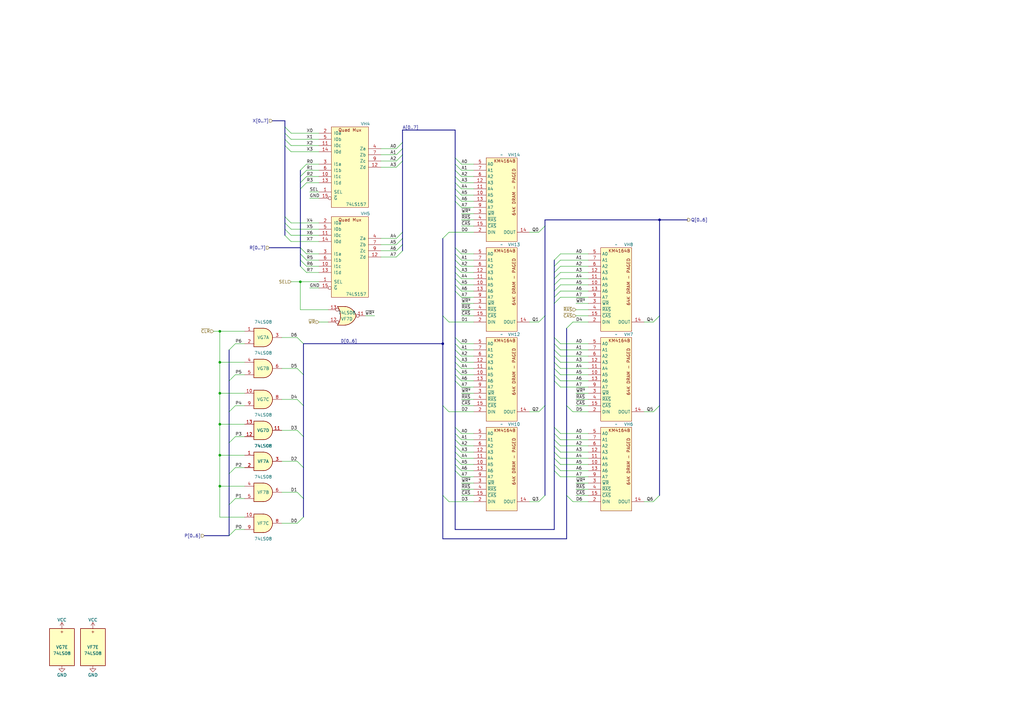
<source format=kicad_sch>
(kicad_sch (version 20231120) (generator "eeschema") (generator_version "8.0")
  (paper "A3")
  (title_block (title "Line Buffer") (date "2024-10-12") (company "JOTEGO") (comment 1 "Jose Tejada"))
  (lib_symbols
    (symbol "arcade:KM4164B"
      (property "Reference" "U" (at 0 0 0))
      (symbol "KM4164B_1_0"
        (pin input line (at -11.43 0 0) (length 5.08) (name "A5") (number "10"))
        (pin input line (at -11.43 2.54 0) (length 5.08) (name "A4") (number "11"))
        (pin input line (at -11.43 5.08 0) (length 5.08) (name "A3") (number "12"))
        (pin input line (at -11.43 -2.54 0) (length 5.08) (name "A6") (number "13"))
        (pin tri_state line (at 11.43 -15.24 180) (length 5.08) (name "DOUT") (number "14"))
        (pin input line (at -11.43 -12.7 0) (length 5.08) (name "~{CAS}") (number "15"))
        (pin input line (at -11.43 -15.24 0) (length 5.08) (name "DIN") (number "2"))
        (pin input line (at -11.43 -7.62 0) (length 5.08) (name "~{WR}") (number "3"))
        (pin input line (at -11.43 -10.16 0) (length 5.08) (name "~{RAS}") (number "4"))
        (pin input line (at -11.43 12.7 0) (length 5.08) (name "A0") (number "5"))
        (pin input line (at -11.43 7.62 0) (length 5.08) (name "A2") (number "6"))
        (pin input line (at -11.43 10.16 0) (length 5.08) (name "A1") (number "7"))
        (pin input line (at -11.43 -5.08 0) (length 5.08) (name "A7") (number "9"))
      )
      (symbol "KM4164B_1_1"
        (rectangle (start -6.35 15.24) (end 6.35 -19.05) (fill (type background)))
        (text "64K DRAM - PAGED" (at 5.08 1.27 900) (effects (font (size 1.27 1.27))))
        (text "KM4164B" (at 1.27 13.97 0) (effects (font (size 1.27 1.27))))
      )
    )
    (symbol "jt74:74LS08" (pin_names (offset 1.016))
      (property "Reference" "U" (at 0 1.27 0))
      (property "Value" "74LS08" (at 0 -1.27 0))
      (symbol "74LS08_1_1"
        (arc (start 0 -3.81) (mid 3.7934 0) (end 0 3.81) (stroke (width 0.254)) (fill (type background)))
        (polyline (pts (xy 0 3.81) (xy -3.81 3.81) (xy -3.81 -3.81) (xy 0 -3.81)) (stroke (width 0.254)) (fill (type background)))
        (pin input line (at -7.62 2.54 0) (length 3.81) (name "~") (number "1"))
        (pin input line (at -7.62 -2.54 0) (length 3.81) (name "~") (number "2"))
        (pin output line (at 7.62 0 180) (length 3.81) (name "~") (number "3"))
      )
      (symbol "74LS08_1_2"
        (arc (start -3.81 -3.81) (mid -2.589 0) (end -3.81 3.81) (stroke (width 0.254)))
        (arc (start -0.6096 -3.81) (mid 2.1842 -2.5851) (end 3.81 0) (stroke (width 0.254)) (fill (type background)))
        (polyline (pts (xy -3.81 -3.81) (xy -0.635 -3.81)) (stroke (width 0.254)) (fill (type background)))
        (polyline (pts (xy -3.81 3.81) (xy -0.635 3.81)) (stroke (width 0.254)) (fill (type background)))
        (polyline (pts (xy -0.635 3.81) (xy -3.81 3.81) (xy -3.81 3.81) (xy -3.556 3.4036) (xy -3.0226 2.2606) (xy -2.6924 1.0414) (xy -2.6162 -0.254) (xy -2.7686 -1.4986) (xy -3.175 -2.7178) (xy -3.81 -3.81) (xy -3.81 -3.81) (xy -0.635 -3.81)) (stroke (width -25.4)) (fill (type background)))
        (arc (start 3.81 0) (mid 2.1915 2.5936) (end -0.6096 3.81) (stroke (width 0.254)) (fill (type background)))
        (pin input inverted (at -7.62 2.54 0) (length 4.318) (name "~") (number "1"))
        (pin input inverted (at -7.62 -2.54 0) (length 4.318) (name "~") (number "2"))
        (pin output inverted (at 7.62 0 180) (length 3.81) (name "~") (number "3"))
      )
      (symbol "74LS08_2_1"
        (arc (start 0 -3.81) (mid 3.7934 0) (end 0 3.81) (stroke (width 0.254)) (fill (type background)))
        (polyline (pts (xy 0 3.81) (xy -3.81 3.81) (xy -3.81 -3.81) (xy 0 -3.81)) (stroke (width 0.254)) (fill (type background)))
        (pin input line (at -7.62 2.54 0) (length 3.81) (name "~") (number "4"))
        (pin input line (at -7.62 -2.54 0) (length 3.81) (name "~") (number "5"))
        (pin output line (at 7.62 0 180) (length 3.81) (name "~") (number "6"))
      )
      (symbol "74LS08_2_2"
        (arc (start -3.81 -3.81) (mid -2.589 0) (end -3.81 3.81) (stroke (width 0.254)))
        (arc (start -0.6096 -3.81) (mid 2.1842 -2.5851) (end 3.81 0) (stroke (width 0.254)) (fill (type background)))
        (polyline (pts (xy -3.81 -3.81) (xy -0.635 -3.81)) (stroke (width 0.254)) (fill (type background)))
        (polyline (pts (xy -3.81 3.81) (xy -0.635 3.81)) (stroke (width 0.254)) (fill (type background)))
        (polyline (pts (xy -0.635 3.81) (xy -3.81 3.81) (xy -3.81 3.81) (xy -3.556 3.4036) (xy -3.0226 2.2606) (xy -2.6924 1.0414) (xy -2.6162 -0.254) (xy -2.7686 -1.4986) (xy -3.175 -2.7178) (xy -3.81 -3.81) (xy -3.81 -3.81) (xy -0.635 -3.81)) (stroke (width -25.4)) (fill (type background)))
        (arc (start 3.81 0) (mid 2.1915 2.5936) (end -0.6096 3.81) (stroke (width 0.254)) (fill (type background)))
        (pin input inverted (at -7.62 2.54 0) (length 4.318) (name "~") (number "4"))
        (pin input inverted (at -7.62 -2.54 0) (length 4.318) (name "~") (number "5"))
        (pin output inverted (at 7.62 0 180) (length 3.81) (name "~") (number "6"))
      )
      (symbol "74LS08_3_1"
        (arc (start 0 -3.81) (mid 3.7934 0) (end 0 3.81) (stroke (width 0.254)) (fill (type background)))
        (polyline (pts (xy 0 3.81) (xy -3.81 3.81) (xy -3.81 -3.81) (xy 0 -3.81)) (stroke (width 0.254)) (fill (type background)))
        (pin input line (at -7.62 -2.54 0) (length 3.81) (name "~") (number "10"))
        (pin output line (at 7.62 0 180) (length 3.81) (name "~") (number "8"))
        (pin input line (at -7.62 2.54 0) (length 3.81) (name "~") (number "9"))
      )
      (symbol "74LS08_3_2"
        (arc (start -3.81 -3.81) (mid -2.589 0) (end -3.81 3.81) (stroke (width 0.254)))
        (arc (start -0.6096 -3.81) (mid 2.1842 -2.5851) (end 3.81 0) (stroke (width 0.254)) (fill (type background)))
        (polyline (pts (xy -3.81 -3.81) (xy -0.635 -3.81)) (stroke (width 0.254)) (fill (type background)))
        (polyline (pts (xy -3.81 3.81) (xy -0.635 3.81)) (stroke (width 0.254)) (fill (type background)))
        (polyline (pts (xy -0.635 3.81) (xy -3.81 3.81) (xy -3.81 3.81) (xy -3.556 3.4036) (xy -3.0226 2.2606) (xy -2.6924 1.0414) (xy -2.6162 -0.254) (xy -2.7686 -1.4986) (xy -3.175 -2.7178) (xy -3.81 -3.81) (xy -3.81 -3.81) (xy -0.635 -3.81)) (stroke (width -25.4)) (fill (type background)))
        (arc (start 3.81 0) (mid 2.1915 2.5936) (end -0.6096 3.81) (stroke (width 0.254)) (fill (type background)))
        (pin input inverted (at -7.62 -2.54 0) (length 4.318) (name "~") (number "10"))
        (pin output inverted (at 7.62 0 180) (length 3.81) (name "~") (number "8"))
        (pin input inverted (at -7.62 2.54 0) (length 4.318) (name "~") (number "9"))
      )
      (symbol "74LS08_4_1"
        (arc (start 0 -3.81) (mid 3.7934 0) (end 0 3.81) (stroke (width 0.254)) (fill (type background)))
        (polyline (pts (xy 0 3.81) (xy -3.81 3.81) (xy -3.81 -3.81) (xy 0 -3.81)) (stroke (width 0.254)) (fill (type background)))
        (pin output line (at 7.62 0 180) (length 3.81) (name "~") (number "11"))
        (pin input line (at -7.62 2.54 0) (length 3.81) (name "~") (number "12"))
        (pin input line (at -7.62 -2.54 0) (length 3.81) (name "~") (number "13"))
      )
      (symbol "74LS08_4_2"
        (arc (start -3.81 -3.81) (mid -2.589 0) (end -3.81 3.81) (stroke (width 0.254)))
        (arc (start -0.6096 -3.81) (mid 2.1842 -2.5851) (end 3.81 0) (stroke (width 0.254)) (fill (type background)))
        (polyline (pts (xy -3.81 -3.81) (xy -0.635 -3.81)) (stroke (width 0.254)) (fill (type background)))
        (polyline (pts (xy -3.81 3.81) (xy -0.635 3.81)) (stroke (width 0.254)) (fill (type background)))
        (polyline (pts (xy -0.635 3.81) (xy -3.81 3.81) (xy -3.81 3.81) (xy -3.556 3.4036) (xy -3.0226 2.2606) (xy -2.6924 1.0414) (xy -2.6162 -0.254) (xy -2.7686 -1.4986) (xy -3.175 -2.7178) (xy -3.81 -3.81) (xy -3.81 -3.81) (xy -0.635 -3.81)) (stroke (width -25.4)) (fill (type background)))
        (arc (start 3.81 0) (mid 2.1915 2.5936) (end -0.6096 3.81) (stroke (width 0.254)) (fill (type background)))
        (pin output inverted (at 7.62 0 180) (length 3.81) (name "~") (number "11"))
        (pin input inverted (at -7.62 2.54 0) (length 4.318) (name "~") (number "12"))
        (pin input inverted (at -7.62 -2.54 0) (length 4.318) (name "~") (number "13"))
      )
      (symbol "74LS08_5_0"
        (pin power_in line (at 0 7.62 270) (length 5.08) hide (name "VCC") (number "14"))
        (pin power_in line (at 0 -7.62 90) (length 5.08) hide (name "VSS") (number "7"))
      )
      (symbol "74LS08_5_1"
        (rectangle (start -5.08 7.62) (end 5.08 -7.62) (stroke (width 0.254)) (fill (type background)))
        (text "+" (at 0 6.35 0) (effects (font (size 1.27 1.27))))
      )
    )
    (symbol "jt74:74LS157" (pin_names (offset 1.016))
      (property "Reference" "U" (at 5.08 16.51 0))
      (property "Value" "74LS157" (at 0 -16.51 0))
      (symbol "74LS157_0_0"
        (text "Quad Mux" (at 0 13.97 0) (effects (font (size 1.27 1.27))))
      )
      (symbol "74LS157_1_0"
        (pin input line (at -12.7 -11.43 0) (length 5.08) (name "SEL") (number "1"))
        (pin input line (at -12.7 -5.08 0) (length 5.08) (name "I1c") (number "10"))
        (pin input line (at -12.7 7.62 0) (length 5.08) (name "I0c") (number "11"))
        (pin output line (at 12.7 -1.27 180) (length 5.08) (name "Zd") (number "12"))
        (pin input line (at -12.7 -7.62 0) (length 5.08) (name "I1d") (number "13"))
        (pin input line (at -12.7 5.08 0) (length 5.08) (name "I0d") (number "14"))
        (pin input inverted (at -12.7 -13.97 0) (length 5.08) (name "~{G}") (number "15"))
        (pin input line (at -12.7 12.7 0) (length 5.08) (name "I0a") (number "2"))
        (pin input line (at -12.7 0 0) (length 5.08) (name "I1a") (number "3"))
        (pin output line (at 12.7 6.35 180) (length 5.08) (name "Za") (number "4"))
        (pin input line (at -12.7 10.16 0) (length 5.08) (name "I0b") (number "5"))
        (pin input line (at -12.7 -2.54 0) (length 5.08) (name "I1b") (number "6"))
        (pin output line (at 12.7 3.81 180) (length 5.08) (name "Zb") (number "7"))
        (pin output line (at 12.7 1.27 180) (length 5.08) (name "Zc") (number "9"))
      )
      (symbol "74LS157_1_1"
        (rectangle (start -7.62 15.24) (end 7.62 -17.78) (fill (type background)))
      )
    )
    (symbol "power:GND" (power) (pin_numbers hide) (pin_names (offset 0) hide)
      (property "Value" "GND" (at 0 -3.81 0))
      (symbol "GND_0_1"
        (polyline (pts (xy 0 0) (xy 0 -1.27) (xy 1.27 -1.27) (xy 0 -2.54) (xy -1.27 -1.27) (xy 0 -1.27)))
      )
      (symbol "GND_1_1"
        (pin power_in line (at 0 0 270) (length 0) (name "~") (number "1"))
      )
    )
    (symbol "power:VCC" (power) (pin_numbers hide) (pin_names (offset 0) hide)
      (property "Value" "VCC" (at 0 3.556 0))
      (symbol "VCC_0_1"
        (polyline (pts (xy -0.762 1.27) (xy 0 2.54)))
        (polyline (pts (xy 0 0) (xy 0 2.54)))
        (polyline (pts (xy 0 2.54) (xy 0.762 1.27)))
      )
      (symbol "VCC_1_1"
        (pin power_in line (at 0 0 90) (length 0) (name "~") (number "1"))
      )
    )
  )
  (junction (at 90.17 148.59))
  (junction (at 270.51 90.17))
  (junction (at 90.17 199.39))
  (junction (at 90.17 161.29))
  (junction (at 90.17 135.89))
  (junction (at 123.19 115.57))
  (junction (at 90.17 173.99))
  (junction (at 90.17 186.69))
  (junction (at 181.61 140.97))
  (bus_entry (at 123.19 77.47) (size 2.54 -2.54))
  (bus_entry (at 162.56 60.96) (size 2.54 -2.54))
  (bus_entry (at 186.69 140.97) (size 2.54 2.54))
  (bus_entry (at 93.98 181.61) (size 2.54 -2.54))
  (bus_entry (at 186.69 182.88) (size 2.54 2.54))
  (bus_entry (at 227.33 116.84) (size 2.54 -2.54))
  (bus_entry (at 232.41 134.62) (size 2.54 -2.54))
  (bus_entry (at 186.69 185.42) (size 2.54 2.54))
  (bus_entry (at 267.97 132.08) (size 2.54 -2.54))
  (bus_entry (at 227.33 121.92) (size 2.54 -2.54))
  (bus_entry (at 227.33 190.5) (size 2.54 2.54))
  (bus_entry (at 121.92 214.63) (size 2.54 -2.54))
  (bus_entry (at 227.33 175.26) (size 2.54 2.54))
  (bus_entry (at 186.69 175.26) (size 2.54 2.54))
  (bus_entry (at 227.33 185.42) (size 2.54 2.54))
  (bus_entry (at 181.61 129.54) (size 2.54 2.54))
  (bus_entry (at 116.84 59.69) (size 2.54 2.54))
  (bus_entry (at 93.98 194.31) (size 2.54 -2.54))
  (bus_entry (at 186.69 106.68) (size 2.54 2.54))
  (bus_entry (at 93.98 168.91) (size 2.54 -2.54))
  (bus_entry (at 227.33 106.68) (size 2.54 -2.54))
  (bus_entry (at 162.56 97.79) (size 2.54 -2.54))
  (bus_entry (at 123.19 109.22) (size 2.54 2.54))
  (bus_entry (at 227.33 111.76) (size 2.54 -2.54))
  (bus_entry (at 232.41 203.2) (size 2.54 2.54))
  (bus_entry (at 186.69 180.34) (size 2.54 2.54))
  (bus_entry (at 227.33 146.05) (size 2.54 2.54))
  (bus_entry (at 267.97 168.91) (size 2.54 -2.54))
  (bus_entry (at 227.33 148.59) (size 2.54 2.54))
  (bus_entry (at 186.69 72.39) (size 2.54 2.54))
  (bus_entry (at 186.69 69.85) (size 2.54 2.54))
  (bus_entry (at 186.69 77.47) (size 2.54 2.54))
  (bus_entry (at 186.69 177.8) (size 2.54 2.54))
  (bus_entry (at 220.98 132.08) (size 2.54 -2.54))
  (bus_entry (at 227.33 114.3) (size 2.54 -2.54))
  (bus_entry (at 186.69 187.96) (size 2.54 2.54))
  (bus_entry (at 227.33 143.51) (size 2.54 2.54))
  (bus_entry (at 93.98 156.21) (size 2.54 -2.54))
  (bus_entry (at 220.98 168.91) (size 2.54 -2.54))
  (bus_entry (at 123.19 74.93) (size 2.54 -2.54))
  (bus_entry (at 227.33 109.22) (size 2.54 -2.54))
  (bus_entry (at 162.56 68.58) (size 2.54 -2.54))
  (bus_entry (at 227.33 151.13) (size 2.54 2.54))
  (bus_entry (at 267.97 205.74) (size 2.54 -2.54))
  (bus_entry (at 220.98 95.25) (size 2.54 -2.54))
  (bus_entry (at 186.69 101.6) (size 2.54 2.54))
  (bus_entry (at 121.92 176.53) (size 2.54 2.54))
  (bus_entry (at 232.41 166.37) (size 2.54 2.54))
  (bus_entry (at 121.92 138.43) (size 2.54 2.54))
  (bus_entry (at 186.69 114.3) (size 2.54 2.54))
  (bus_entry (at 186.69 104.14) (size 2.54 2.54))
  (bus_entry (at 186.69 64.77) (size 2.54 2.54))
  (bus_entry (at 227.33 156.21) (size 2.54 2.54))
  (bus_entry (at 186.69 148.59) (size 2.54 2.54))
  (bus_entry (at 227.33 138.43) (size 2.54 2.54))
  (bus_entry (at 121.92 163.83) (size 2.54 2.54))
  (bus_entry (at 93.98 143.51) (size 2.54 -2.54))
  (bus_entry (at 121.92 189.23) (size 2.54 2.54))
  (bus_entry (at 227.33 182.88) (size 2.54 2.54))
  (bus_entry (at 186.69 190.5) (size 2.54 2.54))
  (bus_entry (at 116.84 96.52) (size 2.54 2.54))
  (bus_entry (at 162.56 100.33) (size 2.54 -2.54))
  (bus_entry (at 186.69 82.55) (size 2.54 2.54))
  (bus_entry (at 186.69 143.51) (size 2.54 2.54))
  (bus_entry (at 116.84 57.15) (size 2.54 2.54))
  (bus_entry (at 116.84 93.98) (size 2.54 2.54))
  (bus_entry (at 227.33 153.67) (size 2.54 2.54))
  (bus_entry (at 121.92 201.93) (size 2.54 2.54))
  (bus_entry (at 162.56 105.41) (size 2.54 -2.54))
  (bus_entry (at 186.69 193.04) (size 2.54 2.54))
  (bus_entry (at 162.56 63.5) (size 2.54 -2.54))
  (bus_entry (at 186.69 156.21) (size 2.54 2.54))
  (bus_entry (at 116.84 54.61) (size 2.54 2.54))
  (bus_entry (at 121.92 151.13) (size 2.54 2.54))
  (bus_entry (at 181.61 97.79) (size 2.54 -2.54))
  (bus_entry (at 227.33 119.38) (size 2.54 -2.54))
  (bus_entry (at 227.33 180.34) (size 2.54 2.54))
  (bus_entry (at 186.69 116.84) (size 2.54 2.54))
  (bus_entry (at 227.33 177.8) (size 2.54 2.54))
  (bus_entry (at 162.56 66.04) (size 2.54 -2.54))
  (bus_entry (at 93.98 219.71) (size 2.54 -2.54))
  (bus_entry (at 227.33 124.46) (size 2.54 -2.54))
  (bus_entry (at 186.69 74.93) (size 2.54 2.54))
  (bus_entry (at 227.33 193.04) (size 2.54 2.54))
  (bus_entry (at 181.61 203.2) (size 2.54 2.54))
  (bus_entry (at 186.69 138.43) (size 2.54 2.54))
  (bus_entry (at 227.33 140.97) (size 2.54 2.54))
  (bus_entry (at 181.61 166.37) (size 2.54 2.54))
  (bus_entry (at 186.69 80.01) (size 2.54 2.54))
  (bus_entry (at 227.33 187.96) (size 2.54 2.54))
  (bus_entry (at 186.69 67.31) (size 2.54 2.54))
  (bus_entry (at 186.69 153.67) (size 2.54 2.54))
  (bus_entry (at 186.69 146.05) (size 2.54 2.54))
  (bus_entry (at 123.19 106.68) (size 2.54 2.54))
  (bus_entry (at 186.69 111.76) (size 2.54 2.54))
  (bus_entry (at 116.84 52.07) (size 2.54 2.54))
  (bus_entry (at 162.56 102.87) (size 2.54 -2.54))
  (bus_entry (at 123.19 104.14) (size 2.54 2.54))
  (bus_entry (at 186.69 151.13) (size 2.54 2.54))
  (bus_entry (at 116.84 91.44) (size 2.54 2.54))
  (bus_entry (at 93.98 207.01) (size 2.54 -2.54))
  (bus_entry (at 116.84 88.9) (size 2.54 2.54))
  (bus_entry (at 186.69 119.38) (size 2.54 2.54))
  (bus_entry (at 220.98 205.74) (size 2.54 -2.54))
  (bus_entry (at 123.19 69.85) (size 2.54 -2.54))
  (bus_entry (at 123.19 101.6) (size 2.54 2.54))
  (bus_entry (at 123.19 72.39) (size 2.54 -2.54))
  (bus_entry (at 186.69 109.22) (size 2.54 2.54))
  (bus (pts (xy 232.41 166.37) (xy 232.41 203.2)))
  (wire (pts (xy 229.87 106.68) (xy 241.3 106.68)))
  (wire (pts (xy 189.23 163.83) (xy 194.31 163.83)))
  (wire (pts (xy 156.21 60.96) (xy 162.56 60.96)))
  (wire (pts (xy 189.23 143.51) (xy 194.31 143.51)))
  (bus (pts (xy 165.1 58.42) (xy 165.1 53.34)))
  (bus (pts (xy 181.61 140.97) (xy 181.61 166.37)))
  (wire (pts (xy 189.23 82.55) (xy 194.31 82.55)))
  (bus (pts (xy 186.69 104.14) (xy 186.69 106.68)))
  (bus (pts (xy 186.69 187.96) (xy 186.69 190.5)))
  (wire (pts (xy 87.63 135.89) (xy 90.17 135.89)))
  (bus (pts (xy 227.33 111.76) (xy 227.33 109.22)))
  (bus (pts (xy 227.33 106.68) (xy 227.33 109.22)))
  (wire (pts (xy 189.23 109.22) (xy 194.31 109.22)))
  (bus (pts (xy 186.69 74.93) (xy 186.69 77.47)))
  (wire (pts (xy 189.23 77.47) (xy 194.31 77.47)))
  (bus (pts (xy 186.69 67.31) (xy 186.69 69.85)))
  (wire (pts (xy 123.19 127) (xy 134.62 127)))
  (bus (pts (xy 110.49 101.6) (xy 123.19 101.6)))
  (bus (pts (xy 123.19 77.47) (xy 123.19 101.6)))
  (wire (pts (xy 149.86 129.54) (xy 153.67 129.54)))
  (bus (pts (xy 186.69 190.5) (xy 186.69 193.04)))
  (wire (pts (xy 189.23 148.59) (xy 194.31 148.59)))
  (bus (pts (xy 123.19 69.85) (xy 123.19 72.39)))
  (bus (pts (xy 227.33 151.13) (xy 227.33 153.67)))
  (wire (pts (xy 115.57 163.83) (xy 121.92 163.83)))
  (wire (pts (xy 229.87 156.21) (xy 241.3 156.21)))
  (wire (pts (xy 90.17 186.69) (xy 100.33 186.69)))
  (wire (pts (xy 236.22 129.54) (xy 241.3 129.54)))
  (wire (pts (xy 217.17 168.91) (xy 220.98 168.91)))
  (bus (pts (xy 227.33 140.97) (xy 227.33 143.51)))
  (bus (pts (xy 124.46 179.07) (xy 124.46 166.37)))
  (wire (pts (xy 119.38 57.15) (xy 130.81 57.15)))
  (wire (pts (xy 189.23 69.85) (xy 194.31 69.85)))
  (bus (pts (xy 227.33 217.17) (xy 227.33 193.04)))
  (wire (pts (xy 189.23 161.29) (xy 194.31 161.29)))
  (wire (pts (xy 189.23 153.67) (xy 194.31 153.67)))
  (bus (pts (xy 186.69 106.68) (xy 186.69 109.22)))
  (wire (pts (xy 119.38 115.57) (xy 123.19 115.57)))
  (wire (pts (xy 90.17 173.99) (xy 90.17 186.69)))
  (bus (pts (xy 227.33 185.42) (xy 227.33 182.88)))
  (wire (pts (xy 119.38 59.69) (xy 130.81 59.69)))
  (wire (pts (xy 189.23 90.17) (xy 194.31 90.17)))
  (wire (pts (xy 189.23 129.54) (xy 194.31 129.54)))
  (wire (pts (xy 115.57 214.63) (xy 121.92 214.63)))
  (bus (pts (xy 181.61 129.54) (xy 181.61 140.97)))
  (wire (pts (xy 189.23 104.14) (xy 194.31 104.14)))
  (wire (pts (xy 217.17 132.08) (xy 220.98 132.08)))
  (wire (pts (xy 90.17 148.59) (xy 100.33 148.59)))
  (wire (pts (xy 229.87 140.97) (xy 241.3 140.97)))
  (wire (pts (xy 119.38 91.44) (xy 130.81 91.44)))
  (bus (pts (xy 186.69 64.77) (xy 186.69 67.31)))
  (wire (pts (xy 96.52 204.47) (xy 100.33 204.47)))
  (wire (pts (xy 119.38 62.23) (xy 130.81 62.23)))
  (bus (pts (xy 186.69 69.85) (xy 186.69 72.39)))
  (wire (pts (xy 156.21 63.5) (xy 162.56 63.5)))
  (bus (pts (xy 186.69 156.21) (xy 186.69 175.26)))
  (bus (pts (xy 186.69 146.05) (xy 186.69 148.59)))
  (wire (pts (xy 189.23 80.01) (xy 194.31 80.01)))
  (bus (pts (xy 93.98 194.31) (xy 93.98 207.01)))
  (bus (pts (xy 232.41 220.98) (xy 232.41 203.2)))
  (wire (pts (xy 189.23 140.97) (xy 194.31 140.97)))
  (wire (pts (xy 189.23 124.46) (xy 194.31 124.46)))
  (bus (pts (xy 111.76 49.53) (xy 116.84 49.53)))
  (bus (pts (xy 186.69 151.13) (xy 186.69 153.67)))
  (bus (pts (xy 186.69 143.51) (xy 186.69 146.05)))
  (bus (pts (xy 186.69 77.47) (xy 186.69 80.01)))
  (wire (pts (xy 189.23 200.66) (xy 194.31 200.66)))
  (bus (pts (xy 165.1 53.34) (xy 186.69 53.34)))
  (bus (pts (xy 186.69 193.04) (xy 186.69 217.17)))
  (bus (pts (xy 186.69 180.34) (xy 186.69 182.88)))
  (wire (pts (xy 96.52 191.77) (xy 100.33 191.77)))
  (wire (pts (xy 189.23 151.13) (xy 194.31 151.13)))
  (wire (pts (xy 90.17 161.29) (xy 90.17 173.99)))
  (bus (pts (xy 227.33 156.21) (xy 227.33 153.67)))
  (wire (pts (xy 189.23 67.31) (xy 194.31 67.31)))
  (wire (pts (xy 119.38 99.06) (xy 130.81 99.06)))
  (wire (pts (xy 96.52 217.17) (xy 100.33 217.17)))
  (wire (pts (xy 236.22 127) (xy 241.3 127)))
  (wire (pts (xy 189.23 185.42) (xy 194.31 185.42)))
  (wire (pts (xy 236.22 166.37) (xy 241.3 166.37)))
  (bus (pts (xy 186.69 175.26) (xy 186.69 177.8)))
  (wire (pts (xy 229.87 158.75) (xy 241.3 158.75)))
  (wire (pts (xy 96.52 153.67) (xy 100.33 153.67)))
  (bus (pts (xy 227.33 114.3) (xy 227.33 116.84)))
  (wire (pts (xy 125.73 104.14) (xy 130.81 104.14)))
  (wire (pts (xy 90.17 135.89) (xy 100.33 135.89)))
  (bus (pts (xy 186.69 177.8) (xy 186.69 180.34)))
  (bus (pts (xy 123.19 104.14) (xy 123.19 106.68)))
  (wire (pts (xy 156.21 100.33) (xy 162.56 100.33)))
  (bus (pts (xy 186.69 82.55) (xy 186.69 101.6)))
  (wire (pts (xy 217.17 95.25) (xy 220.98 95.25)))
  (bus (pts (xy 165.1 95.25) (xy 165.1 66.04)))
  (wire (pts (xy 236.22 163.83) (xy 241.3 163.83)))
  (wire (pts (xy 189.23 195.58) (xy 194.31 195.58)))
  (bus (pts (xy 181.61 166.37) (xy 181.61 203.2)))
  (wire (pts (xy 229.87 109.22) (xy 241.3 109.22)))
  (bus (pts (xy 223.52 166.37) (xy 223.52 129.54)))
  (bus (pts (xy 223.52 129.54) (xy 223.52 92.71)))
  (bus (pts (xy 186.69 53.34) (xy 186.69 64.77)))
  (bus (pts (xy 165.1 97.79) (xy 165.1 95.25)))
  (wire (pts (xy 236.22 200.66) (xy 241.3 200.66)))
  (wire (pts (xy 119.38 93.98) (xy 130.81 93.98)))
  (wire (pts (xy 234.95 132.08) (xy 241.3 132.08)))
  (wire (pts (xy 189.23 119.38) (xy 194.31 119.38)))
  (wire (pts (xy 156.21 105.41) (xy 162.56 105.41)))
  (wire (pts (xy 229.87 195.58) (xy 241.3 195.58)))
  (wire (pts (xy 96.52 179.07) (xy 100.33 179.07)))
  (wire (pts (xy 189.23 180.34) (xy 194.31 180.34)))
  (wire (pts (xy 189.23 193.04) (xy 194.31 193.04)))
  (wire (pts (xy 184.15 205.74) (xy 194.31 205.74)))
  (wire (pts (xy 189.23 203.2) (xy 194.31 203.2)))
  (wire (pts (xy 236.22 198.12) (xy 241.3 198.12)))
  (bus (pts (xy 186.69 119.38) (xy 186.69 138.43)))
  (wire (pts (xy 115.57 189.23) (xy 121.92 189.23)))
  (bus (pts (xy 227.33 146.05) (xy 227.33 143.51)))
  (wire (pts (xy 125.73 106.68) (xy 130.81 106.68)))
  (wire (pts (xy 127 78.74) (xy 130.81 78.74)))
  (wire (pts (xy 156.21 97.79) (xy 162.56 97.79)))
  (wire (pts (xy 189.23 158.75) (xy 194.31 158.75)))
  (bus (pts (xy 186.69 109.22) (xy 186.69 111.76)))
  (bus (pts (xy 116.84 91.44) (xy 116.84 88.9)))
  (wire (pts (xy 90.17 199.39) (xy 90.17 212.09)))
  (bus (pts (xy 93.98 143.51) (xy 93.98 156.21)))
  (wire (pts (xy 184.15 95.25) (xy 194.31 95.25)))
  (wire (pts (xy 125.73 72.39) (xy 130.81 72.39)))
  (bus (pts (xy 181.61 97.79) (xy 181.61 129.54)))
  (bus (pts (xy 186.69 80.01) (xy 186.69 82.55)))
  (wire (pts (xy 189.23 190.5) (xy 194.31 190.5)))
  (bus (pts (xy 270.51 129.54) (xy 270.51 166.37)))
  (wire (pts (xy 234.95 205.74) (xy 241.3 205.74)))
  (bus (pts (xy 186.69 185.42) (xy 186.69 187.96)))
  (wire (pts (xy 123.19 115.57) (xy 130.81 115.57)))
  (bus (pts (xy 165.1 66.04) (xy 165.1 63.5)))
  (bus (pts (xy 165.1 60.96) (xy 165.1 58.42)))
  (wire (pts (xy 264.16 205.74) (xy 267.97 205.74)))
  (bus (pts (xy 223.52 203.2) (xy 223.52 166.37)))
  (wire (pts (xy 229.87 187.96) (xy 241.3 187.96)))
  (bus (pts (xy 116.84 93.98) (xy 116.84 91.44)))
  (bus (pts (xy 124.46 153.67) (xy 124.46 140.97)))
  (wire (pts (xy 90.17 212.09) (xy 100.33 212.09)))
  (wire (pts (xy 229.87 148.59) (xy 241.3 148.59)))
  (wire (pts (xy 189.23 156.21) (xy 194.31 156.21)))
  (bus (pts (xy 227.33 116.84) (xy 227.33 119.38)))
  (bus (pts (xy 123.19 74.93) (xy 123.19 77.47)))
  (bus (pts (xy 181.61 203.2) (xy 181.61 220.98)))
  (wire (pts (xy 229.87 182.88) (xy 241.3 182.88)))
  (bus (pts (xy 227.33 151.13) (xy 227.33 148.59)))
  (wire (pts (xy 96.52 140.97) (xy 100.33 140.97)))
  (wire (pts (xy 229.87 114.3) (xy 241.3 114.3)))
  (bus (pts (xy 186.69 217.17) (xy 227.33 217.17)))
  (wire (pts (xy 229.87 143.51) (xy 241.3 143.51)))
  (wire (pts (xy 96.52 166.37) (xy 100.33 166.37)))
  (bus (pts (xy 123.19 106.68) (xy 123.19 109.22)))
  (wire (pts (xy 184.15 168.91) (xy 194.31 168.91)))
  (wire (pts (xy 189.23 198.12) (xy 194.31 198.12)))
  (bus (pts (xy 186.69 101.6) (xy 186.69 104.14)))
  (bus (pts (xy 227.33 148.59) (xy 227.33 146.05)))
  (wire (pts (xy 217.17 205.74) (xy 220.98 205.74)))
  (wire (pts (xy 90.17 135.89) (xy 90.17 148.59)))
  (bus (pts (xy 186.69 138.43) (xy 186.69 140.97)))
  (wire (pts (xy 264.16 168.91) (xy 267.97 168.91)))
  (wire (pts (xy 127 81.28) (xy 130.81 81.28)))
  (bus (pts (xy 232.41 134.62) (xy 232.41 166.37)))
  (bus (pts (xy 227.33 177.8) (xy 227.33 175.26)))
  (wire (pts (xy 125.73 74.93) (xy 130.81 74.93)))
  (bus (pts (xy 93.98 168.91) (xy 93.98 181.61)))
  (wire (pts (xy 229.87 193.04) (xy 241.3 193.04)))
  (bus (pts (xy 186.69 72.39) (xy 186.69 74.93)))
  (wire (pts (xy 189.23 116.84) (xy 194.31 116.84)))
  (wire (pts (xy 156.21 68.58) (xy 162.56 68.58)))
  (wire (pts (xy 90.17 161.29) (xy 100.33 161.29)))
  (wire (pts (xy 189.23 127) (xy 194.31 127)))
  (bus (pts (xy 223.52 92.71) (xy 223.52 90.17)))
  (wire (pts (xy 229.87 146.05) (xy 241.3 146.05)))
  (wire (pts (xy 189.23 166.37) (xy 194.31 166.37)))
  (wire (pts (xy 119.38 96.52) (xy 130.81 96.52)))
  (bus (pts (xy 227.33 187.96) (xy 227.33 185.42)))
  (bus (pts (xy 227.33 140.97) (xy 227.33 138.43)))
  (wire (pts (xy 236.22 203.2) (xy 241.3 203.2)))
  (bus (pts (xy 123.19 101.6) (xy 123.19 104.14)))
  (wire (pts (xy 229.87 190.5) (xy 241.3 190.5)))
  (wire (pts (xy 90.17 148.59) (xy 90.17 161.29)))
  (bus (pts (xy 124.46 166.37) (xy 124.46 153.67)))
  (bus (pts (xy 270.51 166.37) (xy 270.51 203.2)))
  (wire (pts (xy 189.23 85.09) (xy 194.31 85.09)))
  (wire (pts (xy 115.57 201.93) (xy 121.92 201.93)))
  (wire (pts (xy 119.38 54.61) (xy 130.81 54.61)))
  (bus (pts (xy 186.69 140.97) (xy 186.69 143.51)))
  (bus (pts (xy 227.33 175.26) (xy 227.33 156.21)))
  (wire (pts (xy 115.57 176.53) (xy 121.92 176.53)))
  (wire (pts (xy 229.87 111.76) (xy 241.3 111.76)))
  (bus (pts (xy 186.69 182.88) (xy 186.69 185.42)))
  (wire (pts (xy 189.23 92.71) (xy 194.31 92.71)))
  (bus (pts (xy 123.19 72.39) (xy 123.19 74.93)))
  (bus (pts (xy 124.46 204.47) (xy 124.46 191.77)))
  (wire (pts (xy 189.23 187.96) (xy 194.31 187.96)))
  (wire (pts (xy 229.87 151.13) (xy 241.3 151.13)))
  (wire (pts (xy 90.17 173.99) (xy 100.33 173.99)))
  (wire (pts (xy 90.17 199.39) (xy 100.33 199.39)))
  (bus (pts (xy 124.46 140.97) (xy 181.61 140.97)))
  (bus (pts (xy 223.52 90.17) (xy 270.51 90.17)))
  (bus (pts (xy 93.98 181.61) (xy 93.98 194.31)))
  (wire (pts (xy 236.22 124.46) (xy 241.3 124.46)))
  (bus (pts (xy 116.84 88.9) (xy 116.84 59.69)))
  (wire (pts (xy 156.21 102.87) (xy 162.56 102.87)))
  (bus (pts (xy 116.84 57.15) (xy 116.84 54.61)))
  (bus (pts (xy 83.82 219.71) (xy 93.98 219.71)))
  (bus (pts (xy 270.51 90.17) (xy 281.94 90.17)))
  (bus (pts (xy 124.46 212.09) (xy 124.46 204.47)))
  (bus (pts (xy 165.1 102.87) (xy 165.1 100.33)))
  (wire (pts (xy 264.16 132.08) (xy 267.97 132.08)))
  (wire (pts (xy 115.57 151.13) (xy 121.92 151.13)))
  (bus (pts (xy 227.33 138.43) (xy 227.33 124.46)))
  (bus (pts (xy 116.84 59.69) (xy 116.84 57.15)))
  (bus (pts (xy 116.84 96.52) (xy 116.84 93.98)))
  (wire (pts (xy 229.87 104.14) (xy 241.3 104.14)))
  (wire (pts (xy 189.23 87.63) (xy 194.31 87.63)))
  (wire (pts (xy 156.21 66.04) (xy 162.56 66.04)))
  (bus (pts (xy 227.33 180.34) (xy 227.33 177.8)))
  (bus (pts (xy 165.1 63.5) (xy 165.1 60.96)))
  (wire (pts (xy 189.23 182.88) (xy 194.31 182.88)))
  (bus (pts (xy 186.69 148.59) (xy 186.69 151.13)))
  (wire (pts (xy 189.23 111.76) (xy 194.31 111.76)))
  (bus (pts (xy 93.98 207.01) (xy 93.98 219.71)))
  (bus (pts (xy 270.51 90.17) (xy 270.51 129.54)))
  (bus (pts (xy 116.84 54.61) (xy 116.84 52.07)))
  (bus (pts (xy 227.33 190.5) (xy 227.33 187.96)))
  (bus (pts (xy 186.69 111.76) (xy 186.69 114.3)))
  (wire (pts (xy 229.87 121.92) (xy 241.3 121.92)))
  (bus (pts (xy 93.98 156.21) (xy 93.98 168.91)))
  (wire (pts (xy 115.57 138.43) (xy 121.92 138.43)))
  (bus (pts (xy 124.46 191.77) (xy 124.46 179.07)))
  (wire (pts (xy 189.23 146.05) (xy 194.31 146.05)))
  (wire (pts (xy 189.23 72.39) (xy 194.31 72.39)))
  (wire (pts (xy 125.73 111.76) (xy 130.81 111.76)))
  (wire (pts (xy 125.73 67.31) (xy 130.81 67.31)))
  (wire (pts (xy 123.19 115.57) (xy 123.19 127)))
  (bus (pts (xy 165.1 100.33) (xy 165.1 97.79)))
  (bus (pts (xy 116.84 52.07) (xy 116.84 49.53)))
  (wire (pts (xy 125.73 69.85) (xy 130.81 69.85)))
  (wire (pts (xy 90.17 186.69) (xy 90.17 199.39)))
  (wire (pts (xy 125.73 109.22) (xy 130.81 109.22)))
  (wire (pts (xy 189.23 177.8) (xy 194.31 177.8)))
  (wire (pts (xy 189.23 74.93) (xy 194.31 74.93)))
  (bus (pts (xy 186.69 116.84) (xy 186.69 119.38)))
  (wire (pts (xy 189.23 114.3) (xy 194.31 114.3)))
  (wire (pts (xy 236.22 161.29) (xy 241.3 161.29)))
  (wire (pts (xy 229.87 185.42) (xy 241.3 185.42)))
  (wire (pts (xy 229.87 153.67) (xy 241.3 153.67)))
  (bus (pts (xy 186.69 153.67) (xy 186.69 156.21)))
  (wire (pts (xy 229.87 119.38) (xy 241.3 119.38)))
  (bus (pts (xy 227.33 119.38) (xy 227.33 121.92)))
  (wire (pts (xy 127 118.11) (xy 130.81 118.11)))
  (wire (pts (xy 229.87 180.34) (xy 241.3 180.34)))
  (wire (pts (xy 229.87 116.84) (xy 241.3 116.84)))
  (bus (pts (xy 186.69 114.3) (xy 186.69 116.84)))
  (wire (pts (xy 130.81 132.08) (xy 134.62 132.08)))
  (bus (pts (xy 227.33 124.46) (xy 227.33 121.92)))
  (wire (pts (xy 189.23 106.68) (xy 194.31 106.68)))
  (bus (pts (xy 181.61 220.98) (xy 232.41 220.98)))
  (bus (pts (xy 227.33 111.76) (xy 227.33 114.3)))
  (bus (pts (xy 227.33 182.88) (xy 227.33 180.34)))
  (wire (pts (xy 189.23 121.92) (xy 194.31 121.92)))
  (wire (pts (xy 184.15 132.08) (xy 194.31 132.08)))
  (wire (pts (xy 234.95 168.91) (xy 241.3 168.91)))
  (wire (pts (xy 229.87 177.8) (xy 241.3 177.8)))
  (bus (pts (xy 227.33 193.04) (xy 227.33 190.5)))
  (label "D0" (at 121.92 214.63 180))
  (label "A5" (at 162.56 100.33 180))
  (label "~{CAS}" (at 236.22 166.37 0))
  (label "A5" (at 189.23 80.01 0))
  (label "D1" (at 189.23 132.08 0))
  (label "A4" (at 189.23 151.13 0))
  (label "A5" (at 189.23 116.84 0))
  (label "D0" (at 189.23 95.25 0))
  (label "~{RAS}" (at 189.23 127 0))
  (label "A5" (at 236.22 116.84 0))
  (label "R4" (at 125.73 104.14 0))
  (label "X1" (at 125.73 57.15 0))
  (label "A3" (at 189.23 111.76 0))
  (label "A5" (at 189.23 190.5 0))
  (label "P6" (at 96.52 140.97 0))
  (label "A2" (at 189.23 146.05 0))
  (label "A6" (at 189.23 156.21 0))
  (label "A4" (at 162.56 97.79 180))
  (label "~{CAS}" (at 189.23 129.54 0))
  (label "X2" (at 125.73 59.69 0))
  (label "A7" (at 236.22 195.58 0))
  (label "A5" (at 236.22 153.67 0))
  (label "A0" (at 236.22 104.14 0))
  (label "X0" (at 125.73 54.61 0))
  (label "A6" (at 189.23 119.38 0))
  (label "~{WR*}" (at 189.23 124.46 0))
  (label "~{WR*}" (at 189.23 87.63 0))
  (label "~{WR*}" (at 189.23 161.29 0))
  (label "D4" (at 236.22 132.08 0))
  (label "~{CAS}" (at 189.23 92.71 0))
  (label "A5" (at 236.22 190.5 0))
  (label "A7" (at 236.22 158.75 0))
  (label "Q4" (at 267.97 132.08 180))
  (label "A7" (at 189.23 85.09 0))
  (label "A6" (at 236.22 156.21 0))
  (label "R1" (at 125.73 69.85 0))
  (label "A2" (at 236.22 109.22 0))
  (label "R7" (at 125.73 111.76 0))
  (label "A2" (at 189.23 109.22 0))
  (label "D3" (at 121.92 176.53 180))
  (label "A7" (at 162.56 105.41 180))
  (label "A0" (at 189.23 177.8 0))
  (label "A7" (at 189.23 121.92 0))
  (label "A7" (at 189.23 195.58 0))
  (label "Q5" (at 267.97 168.91 180))
  (label "A1" (at 189.23 180.34 0))
  (label "A1" (at 236.22 106.68 0))
  (label "GND" (at 127 81.28 0))
  (label "X6" (at 125.73 96.52 0))
  (label "A[0..7]" (at 165.1 53.34 0))
  (label "A6" (at 236.22 119.38 0))
  (label "~{WR*}" (at 236.22 198.12 0))
  (label "D5" (at 236.22 168.91 0))
  (label "~{WR*}" (at 236.22 124.46 0))
  (label "A7" (at 189.23 158.75 0))
  (label "R3" (at 125.73 74.93 0))
  (label "A3" (at 236.22 148.59 0))
  (label "D6" (at 236.22 205.74 0))
  (label "Q2" (at 220.98 168.91 180))
  (label "~{CAS}" (at 189.23 203.2 0))
  (label "~{RAS}" (at 189.23 200.66 0))
  (label "A0" (at 236.22 140.97 0))
  (label "R5" (at 125.73 106.68 0))
  (label "X7" (at 125.73 99.06 0))
  (label "D6" (at 121.92 138.43 180))
  (label "P5" (at 96.52 153.67 0))
  (label "P1" (at 96.52 204.47 0))
  (label "A0" (at 189.23 140.97 0))
  (label "~{RAS}" (at 189.23 163.83 0))
  (label "~{RAS}" (at 189.23 90.17 0))
  (label "Q1" (at 220.98 132.08 180))
  (label "A3" (at 236.22 185.42 0))
  (label "A3" (at 189.23 185.42 0))
  (label "A1" (at 236.22 143.51 0))
  (label "A3" (at 189.23 148.59 0))
  (label "A4" (at 236.22 151.13 0))
  (label "X3" (at 125.73 62.23 0))
  (label "A6" (at 189.23 82.55 0))
  (label "Q0" (at 220.98 95.25 180))
  (label "A2" (at 236.22 182.88 0))
  (label "~{CAS}" (at 189.23 166.37 0))
  (label "Q3" (at 220.98 205.74 180))
  (label "X4" (at 125.73 91.44 0))
  (label "A6" (at 162.56 102.87 180))
  (label "A2" (at 236.22 146.05 0))
  (label "A4" (at 189.23 77.47 0))
  (label "P3" (at 96.52 179.07 0))
  (label "D5" (at 121.92 151.13 180))
  (label "D2" (at 121.92 189.23 180))
  (label "A1" (at 236.22 180.34 0))
  (label "R0" (at 125.73 67.31 0))
  (label "Q6" (at 267.97 205.74 180))
  (label "A1" (at 162.56 63.5 180))
  (label "~{RAS}" (at 236.22 200.66 0))
  (label "A2" (at 189.23 182.88 0))
  (label "D4" (at 121.92 163.83 180))
  (label "A5" (at 189.23 153.67 0))
  (label "A0" (at 236.22 177.8 0))
  (label "A6" (at 189.23 193.04 0))
  (label "D[0..6]" (at 139.7 140.97 0))
  (label "~{WR*}" (at 236.22 161.29 0))
  (label "A1" (at 189.23 69.85 0))
  (label "~{WR*}" (at 153.67 129.54 180))
  (label "D3" (at 189.23 205.74 0))
  (label "R2" (at 125.73 72.39 0))
  (label "~{RAS}" (at 236.22 163.83 0))
  (label "A3" (at 162.56 68.58 180))
  (label "A6" (at 236.22 193.04 0))
  (label "X5" (at 125.73 93.98 0))
  (label "GND" (at 127 118.11 0))
  (label "P4" (at 96.52 166.37 0))
  (label "A7" (at 236.22 121.92 0))
  (label "A4" (at 189.23 187.96 0))
  (label "A3" (at 236.22 111.76 0))
  (label "A0" (at 162.56 60.96 180))
  (label "A3" (at 189.23 74.93 0))
  (label "A2" (at 162.56 66.04 180))
  (label "~{CAS}" (at 236.22 203.2 0))
  (label "D1" (at 121.92 201.93 180))
  (label "P2" (at 96.52 191.77 0))
  (label "A1" (at 189.23 143.51 0))
  (label "A2" (at 189.23 72.39 0))
  (label "D2" (at 189.23 168.91 0))
  (label "A4" (at 236.22 114.3 0))
  (label "P0" (at 96.52 217.17 0))
  (label "R6" (at 125.73 109.22 0))
  (label "~{WR*}" (at 189.23 198.12 0))
  (label "A4" (at 189.23 114.3 0))
  (label "A0" (at 189.23 104.14 0))
  (label "A0" (at 189.23 67.31 0))
  (label "A4" (at 236.22 187.96 0))
  (label "A1" (at 189.23 106.68 0))
  (label "SEL" (at 127 78.74 0))
  (hierarchical_label "~{CLR}" (shape input) (at 87.63 135.89 180))
  (hierarchical_label "X[0..7]" (shape input) (at 111.76 49.53 180))
  (hierarchical_label "~{CAS}" (shape input) (at 236.22 129.54 180))
  (hierarchical_label "~{RAS}" (shape input) (at 236.22 127 180))
  (hierarchical_label "~{WR}" (shape input) (at 130.81 132.08 180))
  (hierarchical_label "R[0..7]" (shape input) (at 110.49 101.6 180))
  (hierarchical_label "SEL" (shape input) (at 119.38 115.57 180))
  (hierarchical_label "P[0..6]" (shape input) (at 83.82 219.71 180))
  (hierarchical_label "Q[0..6]" (shape output) (at 281.94 90.17 0))
  (symbol (lib_id "arcade:KM4164B") (at 205.74 80.01 0) (unit 1)
    (property "Reference" "VH14" (at 210.82 63.5 0))
    (property "Value" "~" (at 205.74 63.5 0))
    (property "Datasheet" "https://www.farnell.com/datasheets/1905614.pdf" (effects (hide yes)))
    (property "Description" "64Kbit dynamic RAM" (effects (hide yes)))
    (instances (project "tehkanwch" (path "" (reference "VH14") (unit 1)) (path "" (reference "VI14") (unit 1))))
  )
  (symbol (lib_id "jt74:74LS157") (at 143.51 104.14 0) (unit 1)
    (property "Reference" "VH5" (at 149.86 87.63 0))
    (property "Value" "74LS157" (at 146.05 120.65 0))
    (property "Datasheet" "https://www.alldatasheet.com/datasheet-pdf/pdf/27402/TI/74LS157.html" (effects (hide yes)))
    (property "Description" "Quad 2 to 1 line Multiplexer" (effects (hide yes)))
    (instances (project "tehkanwch" (path "" (reference "VH5") (unit 1)) (path "" (reference "VI5") (unit 1))))
  )
  (symbol (lib_id "arcade:KM4164B") (at 252.73 116.84 0) (unit 1)
    (property "Reference" "VH8" (at 257.81 100.33 0))
    (property "Value" "~" (at 252.73 100.33 0))
    (property "Datasheet" "https://www.farnell.com/datasheets/1905614.pdf" (effects (hide yes)))
    (property "Description" "64Kbit dynamic RAM" (effects (hide yes)))
    (instances (project "tehkanwch" (path "" (reference "VH8") (unit 1)) (path "" (reference "VI8") (unit 1))))
  )
  (symbol (lib_id "jt74:74LS08") (at 38.1 265.43 0) (unit 5)
    (property "Reference" "VF7" (at 38.1 265.43 0))
    (property "Value" "74LS08" (at 38.1 267.97 0))
    (property "Datasheet" "http://www.ti.com/lit/gpn/sn74LS08" (effects (hide yes)))
    (property "Description" "Quad And2" (effects (hide yes)))
    (instances (project "tehkanwch" (path "" (reference "VF7") (unit 5)) (path "" (reference "VF6") (unit 5))))
  )
  (symbol (lib_id "power:VCC") (at 25.4 257.81 0) (unit 1)
    (property "Reference" "#PWR023" (effects (hide yes)))
    (property "Value" "VCC" (at 25.4 254.254 0))
    (property "Description" "Power symbol creates a global label with name \"VCC\"" (effects (hide yes)))
    (instances (project "" (path "" (reference "#PWR023") (unit 1)) (path "" (reference "#PWR024") (unit 1))))
  )
  (symbol (lib_id "jt74:74LS08") (at 107.95 176.53 0) (mirror x) (unit 4)
    (property "Reference" "VG7" (at 107.95 176.53 0))
    (property "Value" "74LS08" (at 107.9417 182.88 0))
    (property "Datasheet" "http://www.ti.com/lit/gpn/sn74LS08" (effects (hide yes)))
    (property "Description" "Quad And2" (effects (hide yes)))
    (instances (project "tehkanwch" (path "" (reference "VG7") (unit 4)) (path "" (reference "VG6") (unit 4))))
  )
  (symbol (lib_id "jt74:74LS08") (at 25.4 265.43 0) (unit 5)
    (property "Reference" "VG7" (at 25.4 265.43 0))
    (property "Value" "74LS08" (at 25.4 267.97 0))
    (property "Datasheet" "http://www.ti.com/lit/gpn/sn74LS08" (effects (hide yes)))
    (property "Description" "Quad And2" (effects (hide yes)))
    (instances (project "tehkanwch" (path "" (reference "VG7") (unit 5)) (path "" (reference "VG6") (unit 5))))
  )
  (symbol (lib_id "jt74:74LS08") (at 107.95 189.23 0) (unit 1)
    (property "Reference" "VF7" (at 107.95 189.23 0))
    (property "Value" "74LS08" (at 107.9417 182.88 0))
    (property "Datasheet" "http://www.ti.com/lit/gpn/sn74LS08" (effects (hide yes)))
    (property "Description" "Quad And2" (effects (hide yes)))
    (instances (project "tehkanwch" (path "" (reference "VF7") (unit 1)) (path "" (reference "VF6") (unit 1))))
  )
  (symbol (lib_id "arcade:KM4164B") (at 205.74 153.67 0) (unit 1)
    (property "Reference" "VH12" (at 210.82 137.16 0))
    (property "Value" "~" (at 205.74 137.16 0))
    (property "Datasheet" "https://www.farnell.com/datasheets/1905614.pdf" (effects (hide yes)))
    (property "Description" "64Kbit dynamic RAM" (effects (hide yes)))
    (instances (project "tehkanwch" (path "" (reference "VH12") (unit 1)) (path "" (reference "VI12") (unit 1))))
  )
  (symbol (lib_id "jt74:74LS08") (at 107.95 163.83 0) (mirror x) (unit 3)
    (property "Reference" "VG7" (at 107.95 163.83 0))
    (property "Value" "74LS08" (at 107.9417 170.18 0))
    (property "Datasheet" "http://www.ti.com/lit/gpn/sn74LS08" (effects (hide yes)))
    (property "Description" "Quad And2" (effects (hide yes)))
    (instances (project "tehkanwch" (path "" (reference "VG7") (unit 3)) (path "" (reference "VG6") (unit 3))))
  )
  (symbol (lib_id "power:GND") (at 25.4 273.05 0) (unit 1)
    (property "Reference" "#PWR025" (effects (hide yes)))
    (property "Value" "GND" (at 25.4 276.86 0))
    (property "Description" "Power symbol creates a global label with name \"GND\" , ground" (effects (hide yes)))
    (instances (project "" (path "" (reference "#PWR025") (unit 1)) (path "" (reference "#PWR026") (unit 1))))
  )
  (symbol (lib_id "arcade:KM4164B") (at 205.74 190.5 0) (unit 1)
    (property "Reference" "VH10" (at 210.82 173.99 0))
    (property "Value" "~" (at 205.74 173.99 0))
    (property "Datasheet" "https://www.farnell.com/datasheets/1905614.pdf" (effects (hide yes)))
    (property "Description" "64Kbit dynamic RAM" (effects (hide yes)))
    (instances (project "tehkanwch" (path "" (reference "VH10") (unit 1)) (path "" (reference "VI10") (unit 1))))
  )
  (symbol (lib_id "jt74:74LS08") (at 142.24 129.54 0) (mirror x) (unit 4) (convert 2)
    (property "Reference" "VF7" (at 142.24 130.81 0))
    (property "Value" "74LS08" (at 142.24 128.27 0))
    (property "Datasheet" "http://www.ti.com/lit/gpn/sn74LS08" (effects (hide yes)))
    (property "Description" "Quad And2" (effects (hide yes)))
    (instances (project "tehkanwch" (path "" (reference "VF7") (unit 4)) (path "" (reference "VF6") (unit 4))))
  )
  (symbol (lib_id "jt74:74LS08") (at 107.95 138.43 0) (unit 1)
    (property "Reference" "VG7" (at 107.95 138.43 0))
    (property "Value" "74LS08" (at 107.9417 132.08 0))
    (property "Datasheet" "http://www.ti.com/lit/gpn/sn74LS08" (effects (hide yes)))
    (property "Description" "Quad And2" (effects (hide yes)))
    (instances (project "" (path "" (reference "VG7") (unit 1)) (path "" (reference "VG6") (unit 1))))
  )
  (symbol (lib_id "jt74:74LS08") (at 107.95 151.13 0) (unit 2)
    (property "Reference" "VG7" (at 107.95 151.13 0))
    (property "Value" "74LS08" (at 107.9417 144.78 0))
    (property "Datasheet" "http://www.ti.com/lit/gpn/sn74LS08" (effects (hide yes)))
    (property "Description" "Quad And2" (effects (hide yes)))
    (instances (project "tehkanwch" (path "" (reference "VG7") (unit 2)) (path "" (reference "VG6") (unit 2))))
  )
  (symbol (lib_id "power:GND") (at 38.1 273.05 0) (unit 1)
    (property "Reference" "#PWR029" (effects (hide yes)))
    (property "Value" "GND" (at 38.1 276.86 0))
    (property "Description" "Power symbol creates a global label with name \"GND\" , ground" (effects (hide yes)))
    (instances (project "tehkanwch" (path "" (reference "#PWR029") (unit 1)) (path "" (reference "#PWR030") (unit 1))))
  )
  (symbol (lib_id "arcade:KM4164B") (at 252.73 190.5 0) (unit 1)
    (property "Reference" "VH6" (at 257.81 173.99 0))
    (property "Value" "~" (at 252.73 173.99 0))
    (property "Datasheet" "https://www.farnell.com/datasheets/1905614.pdf" (effects (hide yes)))
    (property "Description" "64Kbit dynamic RAM" (effects (hide yes)))
    (instances (project "tehkanwch" (path "" (reference "VH6") (unit 1)) (path "" (reference "VI6") (unit 1))))
  )
  (symbol (lib_id "power:VCC") (at 38.1 257.81 0) (unit 1)
    (property "Reference" "#PWR027" (effects (hide yes)))
    (property "Value" "VCC" (at 38.1 254.254 0))
    (property "Description" "Power symbol creates a global label with name \"VCC\"" (effects (hide yes)))
    (instances (project "tehkanwch" (path "" (reference "#PWR027") (unit 1)) (path "" (reference "#PWR028") (unit 1))))
  )
  (symbol (lib_id "arcade:KM4164B") (at 205.74 116.84 0) (unit 1)
    (property "Reference" "VH13" (at 210.82 100.33 0))
    (property "Value" "~" (at 205.74 100.33 0))
    (property "Datasheet" "https://www.farnell.com/datasheets/1905614.pdf" (effects (hide yes)))
    (property "Description" "64Kbit dynamic RAM" (effects (hide yes)))
    (instances (project "tehkanwch" (path "" (reference "VH13") (unit 1)) (path "" (reference "VI13") (unit 1))))
  )
  (symbol (lib_id "jt74:74LS157") (at 143.51 67.31 0) (unit 1)
    (property "Reference" "VH4" (at 149.86 50.8 0))
    (property "Value" "74LS157" (at 146.05 83.82 0))
    (property "Datasheet" "https://www.alldatasheet.com/datasheet-pdf/pdf/27402/TI/74LS157.html" (effects (hide yes)))
    (property "Description" "Quad 2 to 1 line Multiplexer" (effects (hide yes)))
    (instances (project "tehkanwch" (path "" (reference "VH4") (unit 1)) (path "" (reference "VI4") (unit 1))))
  )
  (symbol (lib_id "jt74:74LS08") (at 107.95 201.93 0) (unit 2)
    (property "Reference" "VF7" (at 107.95 201.93 0))
    (property "Value" "74LS08" (at 107.9417 195.58 0))
    (property "Datasheet" "http://www.ti.com/lit/gpn/sn74LS08" (effects (hide yes)))
    (property "Description" "Quad And2" (effects (hide yes)))
    (instances (project "tehkanwch" (path "" (reference "VF7") (unit 2)) (path "" (reference "VF6") (unit 2))))
  )
  (symbol (lib_id "arcade:KM4164B") (at 252.73 153.67 0) (unit 1)
    (property "Reference" "VH7" (at 257.81 137.16 0))
    (property "Value" "~" (at 252.73 137.16 0))
    (property "Datasheet" "https://www.farnell.com/datasheets/1905614.pdf" (effects (hide yes)))
    (property "Description" "64Kbit dynamic RAM" (effects (hide yes)))
    (instances (project "tehkanwch" (path "" (reference "VH7") (unit 1)) (path "" (reference "VI7") (unit 1))))
  )
  (symbol (lib_id "jt74:74LS08") (at 107.95 214.63 0) (mirror x) (unit 3)
    (property "Reference" "VF7" (at 107.95 214.63 0))
    (property "Value" "74LS08" (at 107.9417 220.98 0))
    (property "Datasheet" "http://www.ti.com/lit/gpn/sn74LS08" (effects (hide yes)))
    (property "Description" "Quad And2" (effects (hide yes)))
    (instances (project "tehkanwch" (path "" (reference "VF7") (unit 3)) (path "" (reference "VF6") (unit 3))))
  )
)
</source>
